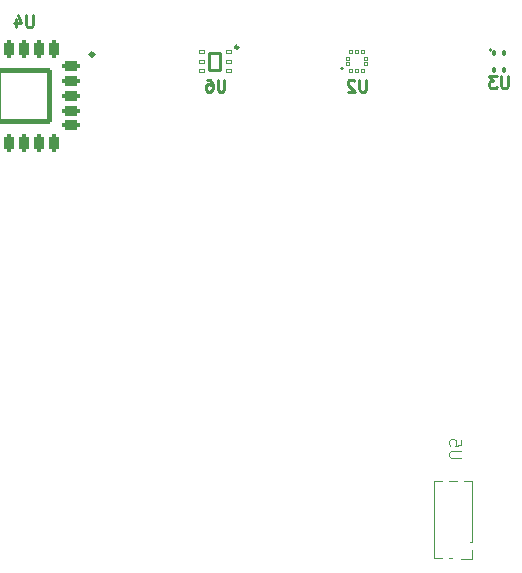
<source format=gbo>
G04 #@! TF.GenerationSoftware,KiCad,Pcbnew,7.0.9*
G04 #@! TF.CreationDate,2023-12-09T12:26:50+01:00*
G04 #@! TF.ProjectId,AirMonitor,4169724d-6f6e-4697-946f-722e6b696361,1.0.0*
G04 #@! TF.SameCoordinates,Original*
G04 #@! TF.FileFunction,Legend,Bot*
G04 #@! TF.FilePolarity,Positive*
%FSLAX46Y46*%
G04 Gerber Fmt 4.6, Leading zero omitted, Abs format (unit mm)*
G04 Created by KiCad (PCBNEW 7.0.9) date 2023-12-09 12:26:50*
%MOMM*%
%LPD*%
G01*
G04 APERTURE LIST*
G04 Aperture macros list*
%AMRoundRect*
0 Rectangle with rounded corners*
0 $1 Rounding radius*
0 $2 $3 $4 $5 $6 $7 $8 $9 X,Y pos of 4 corners*
0 Add a 4 corners polygon primitive as box body*
4,1,4,$2,$3,$4,$5,$6,$7,$8,$9,$2,$3,0*
0 Add four circle primitives for the rounded corners*
1,1,$1+$1,$2,$3*
1,1,$1+$1,$4,$5*
1,1,$1+$1,$6,$7*
1,1,$1+$1,$8,$9*
0 Add four rect primitives between the rounded corners*
20,1,$1+$1,$2,$3,$4,$5,0*
20,1,$1+$1,$4,$5,$6,$7,0*
20,1,$1+$1,$6,$7,$8,$9,0*
20,1,$1+$1,$8,$9,$2,$3,0*%
G04 Aperture macros list end*
%ADD10C,0.100000*%
%ADD11C,0.250000*%
%ADD12C,0.120000*%
%ADD13C,0.191421*%
%ADD14C,0.300000*%
%ADD15C,0.150000*%
%ADD16C,1.000000*%
%ADD17O,2.100000X1.000000*%
%ADD18O,1.800000X1.000000*%
%ADD19R,1.000000X1.000000*%
%ADD20O,1.000000X1.000000*%
%ADD21RoundRect,0.040000X0.235000X-0.160000X0.235000X0.160000X-0.235000X0.160000X-0.235000X-0.160000X0*%
%ADD22RoundRect,0.125000X0.500000X0.725000X-0.500000X0.725000X-0.500000X-0.725000X0.500000X-0.725000X0*%
%ADD23RoundRect,0.030000X0.132500X-0.120000X0.132500X0.120000X-0.132500X0.120000X-0.132500X-0.120000X0*%
%ADD24RoundRect,0.030000X-0.120000X-0.132500X0.120000X-0.132500X0.120000X0.132500X-0.120000X0.132500X0*%
%ADD25RoundRect,0.200000X0.550000X-0.200000X0.550000X0.200000X-0.550000X0.200000X-0.550000X-0.200000X0*%
%ADD26RoundRect,0.200000X-0.200000X-0.550000X0.200000X-0.550000X0.200000X0.550000X-0.200000X0.550000X0*%
%ADD27RoundRect,0.200000X0.200000X0.550000X-0.200000X0.550000X-0.200000X-0.550000X0.200000X-0.550000X0*%
%ADD28RoundRect,0.240000X2.160000X2.160000X-2.160000X2.160000X-2.160000X-2.160000X2.160000X-2.160000X0*%
%ADD29RoundRect,0.075000X-0.075000X0.175000X-0.075000X-0.175000X0.075000X-0.175000X0.075000X0.175000X0*%
G04 APERTURE END LIST*
D10*
X142277580Y-145051904D02*
X141468057Y-145051904D01*
X141468057Y-145051904D02*
X141372819Y-145004285D01*
X141372819Y-145004285D02*
X141325200Y-144956666D01*
X141325200Y-144956666D02*
X141277580Y-144861428D01*
X141277580Y-144861428D02*
X141277580Y-144670952D01*
X141277580Y-144670952D02*
X141325200Y-144575714D01*
X141325200Y-144575714D02*
X141372819Y-144528095D01*
X141372819Y-144528095D02*
X141468057Y-144480476D01*
X141468057Y-144480476D02*
X142277580Y-144480476D01*
X142277580Y-143528095D02*
X142277580Y-144004285D01*
X142277580Y-144004285D02*
X141801390Y-144051904D01*
X141801390Y-144051904D02*
X141849009Y-144004285D01*
X141849009Y-144004285D02*
X141896628Y-143909047D01*
X141896628Y-143909047D02*
X141896628Y-143670952D01*
X141896628Y-143670952D02*
X141849009Y-143575714D01*
X141849009Y-143575714D02*
X141801390Y-143528095D01*
X141801390Y-143528095D02*
X141706152Y-143480476D01*
X141706152Y-143480476D02*
X141468057Y-143480476D01*
X141468057Y-143480476D02*
X141372819Y-143528095D01*
X141372819Y-143528095D02*
X141325200Y-143575714D01*
X141325200Y-143575714D02*
X141277580Y-143670952D01*
X141277580Y-143670952D02*
X141277580Y-143909047D01*
X141277580Y-143909047D02*
X141325200Y-144004285D01*
X141325200Y-144004285D02*
X141372819Y-144051904D01*
D11*
X122261904Y-113049619D02*
X122261904Y-113859142D01*
X122261904Y-113859142D02*
X122214285Y-113954380D01*
X122214285Y-113954380D02*
X122166666Y-114002000D01*
X122166666Y-114002000D02*
X122071428Y-114049619D01*
X122071428Y-114049619D02*
X121880952Y-114049619D01*
X121880952Y-114049619D02*
X121785714Y-114002000D01*
X121785714Y-114002000D02*
X121738095Y-113954380D01*
X121738095Y-113954380D02*
X121690476Y-113859142D01*
X121690476Y-113859142D02*
X121690476Y-113049619D01*
X120785714Y-113049619D02*
X120976190Y-113049619D01*
X120976190Y-113049619D02*
X121071428Y-113097238D01*
X121071428Y-113097238D02*
X121119047Y-113144857D01*
X121119047Y-113144857D02*
X121214285Y-113287714D01*
X121214285Y-113287714D02*
X121261904Y-113478190D01*
X121261904Y-113478190D02*
X121261904Y-113859142D01*
X121261904Y-113859142D02*
X121214285Y-113954380D01*
X121214285Y-113954380D02*
X121166666Y-114002000D01*
X121166666Y-114002000D02*
X121071428Y-114049619D01*
X121071428Y-114049619D02*
X120880952Y-114049619D01*
X120880952Y-114049619D02*
X120785714Y-114002000D01*
X120785714Y-114002000D02*
X120738095Y-113954380D01*
X120738095Y-113954380D02*
X120690476Y-113859142D01*
X120690476Y-113859142D02*
X120690476Y-113621047D01*
X120690476Y-113621047D02*
X120738095Y-113525809D01*
X120738095Y-113525809D02*
X120785714Y-113478190D01*
X120785714Y-113478190D02*
X120880952Y-113430571D01*
X120880952Y-113430571D02*
X121071428Y-113430571D01*
X121071428Y-113430571D02*
X121166666Y-113478190D01*
X121166666Y-113478190D02*
X121214285Y-113525809D01*
X121214285Y-113525809D02*
X121261904Y-113621047D01*
X134261904Y-113049619D02*
X134261904Y-113859142D01*
X134261904Y-113859142D02*
X134214285Y-113954380D01*
X134214285Y-113954380D02*
X134166666Y-114002000D01*
X134166666Y-114002000D02*
X134071428Y-114049619D01*
X134071428Y-114049619D02*
X133880952Y-114049619D01*
X133880952Y-114049619D02*
X133785714Y-114002000D01*
X133785714Y-114002000D02*
X133738095Y-113954380D01*
X133738095Y-113954380D02*
X133690476Y-113859142D01*
X133690476Y-113859142D02*
X133690476Y-113049619D01*
X133261904Y-113144857D02*
X133214285Y-113097238D01*
X133214285Y-113097238D02*
X133119047Y-113049619D01*
X133119047Y-113049619D02*
X132880952Y-113049619D01*
X132880952Y-113049619D02*
X132785714Y-113097238D01*
X132785714Y-113097238D02*
X132738095Y-113144857D01*
X132738095Y-113144857D02*
X132690476Y-113240095D01*
X132690476Y-113240095D02*
X132690476Y-113335333D01*
X132690476Y-113335333D02*
X132738095Y-113478190D01*
X132738095Y-113478190D02*
X133309523Y-114049619D01*
X133309523Y-114049619D02*
X132690476Y-114049619D01*
X106061904Y-107599619D02*
X106061904Y-108409142D01*
X106061904Y-108409142D02*
X106014285Y-108504380D01*
X106014285Y-108504380D02*
X105966666Y-108552000D01*
X105966666Y-108552000D02*
X105871428Y-108599619D01*
X105871428Y-108599619D02*
X105680952Y-108599619D01*
X105680952Y-108599619D02*
X105585714Y-108552000D01*
X105585714Y-108552000D02*
X105538095Y-108504380D01*
X105538095Y-108504380D02*
X105490476Y-108409142D01*
X105490476Y-108409142D02*
X105490476Y-107599619D01*
X104585714Y-107932952D02*
X104585714Y-108599619D01*
X104823809Y-107552000D02*
X105061904Y-108266285D01*
X105061904Y-108266285D02*
X104442857Y-108266285D01*
X146261904Y-112749619D02*
X146261904Y-113559142D01*
X146261904Y-113559142D02*
X146214285Y-113654380D01*
X146214285Y-113654380D02*
X146166666Y-113702000D01*
X146166666Y-113702000D02*
X146071428Y-113749619D01*
X146071428Y-113749619D02*
X145880952Y-113749619D01*
X145880952Y-113749619D02*
X145785714Y-113702000D01*
X145785714Y-113702000D02*
X145738095Y-113654380D01*
X145738095Y-113654380D02*
X145690476Y-113559142D01*
X145690476Y-113559142D02*
X145690476Y-112749619D01*
X145309523Y-112749619D02*
X144690476Y-112749619D01*
X144690476Y-112749619D02*
X145023809Y-113130571D01*
X145023809Y-113130571D02*
X144880952Y-113130571D01*
X144880952Y-113130571D02*
X144785714Y-113178190D01*
X144785714Y-113178190D02*
X144738095Y-113225809D01*
X144738095Y-113225809D02*
X144690476Y-113321047D01*
X144690476Y-113321047D02*
X144690476Y-113559142D01*
X144690476Y-113559142D02*
X144738095Y-113654380D01*
X144738095Y-113654380D02*
X144785714Y-113702000D01*
X144785714Y-113702000D02*
X144880952Y-113749619D01*
X144880952Y-113749619D02*
X145166666Y-113749619D01*
X145166666Y-113749619D02*
X145261904Y-113702000D01*
X145261904Y-113702000D02*
X145309523Y-113654380D01*
D12*
X142270000Y-153590000D02*
X143220000Y-153590000D01*
X143220000Y-153590000D02*
X143220000Y-152830000D01*
X140050000Y-153525000D02*
X140692470Y-153525000D01*
X140050000Y-153525000D02*
X140050000Y-147055000D01*
X141307530Y-153525000D02*
X141510000Y-153525000D01*
X143030000Y-152195000D02*
X143220000Y-152195000D01*
X143220000Y-152195000D02*
X143220000Y-147055000D01*
X140050000Y-147055000D02*
X140692470Y-147055000D01*
X141307530Y-147055000D02*
X141962470Y-147055000D01*
X142577530Y-147055000D02*
X143220000Y-147055000D01*
D11*
X123425000Y-110300000D02*
G75*
G03*
X123425000Y-110300000I-125000J0D01*
G01*
D13*
X132337131Y-112100000D02*
G75*
G03*
X132337131Y-112100000I-95710J0D01*
G01*
D14*
X111200000Y-110900000D02*
G75*
G03*
X111200000Y-110900000I-150000J0D01*
G01*
D15*
X144875000Y-110500000D02*
G75*
G03*
X144875000Y-110500000I-75000J0D01*
G01*
%LPC*%
D16*
X137400000Y-148400000D03*
D17*
X105012500Y-136250000D03*
D18*
X100832500Y-136280000D03*
D17*
X105012500Y-144920000D03*
D18*
X100832500Y-144920000D03*
D16*
X120700000Y-133000000D03*
X142800000Y-155200000D03*
X122100000Y-126800000D03*
X137500000Y-144700000D03*
X140500000Y-154900000D03*
X127900000Y-128900000D03*
X123750000Y-133000000D03*
X128700000Y-125500000D03*
X111300000Y-124700000D03*
X113900000Y-124700000D03*
X134900000Y-144400000D03*
D19*
X142270000Y-152830000D03*
D20*
X141000000Y-152830000D03*
X142270000Y-151560000D03*
X141000000Y-151560000D03*
X142270000Y-150290000D03*
X141000000Y-150290000D03*
X142270000Y-149020000D03*
X141000000Y-149020000D03*
X142270000Y-147750000D03*
X141000000Y-147750000D03*
D21*
X122650000Y-110700000D03*
X122650000Y-111500000D03*
X122650000Y-112300000D03*
X120350000Y-112300000D03*
X120350000Y-111500000D03*
X120350000Y-110700000D03*
D22*
X121500000Y-111500000D03*
D23*
X132750000Y-111750000D03*
X132750000Y-111250000D03*
D24*
X133000000Y-110725000D03*
X133500000Y-110725000D03*
X134000000Y-110725000D03*
D23*
X134250000Y-111250000D03*
X134250000Y-111750000D03*
D24*
X134000000Y-112275000D03*
X133500000Y-112275000D03*
X133000000Y-112275000D03*
D25*
X109300000Y-111900000D03*
X109300000Y-113150000D03*
X109300000Y-114400000D03*
X109300000Y-115650000D03*
X109300000Y-116900000D03*
D26*
X107800000Y-118400000D03*
X106550000Y-118400000D03*
X105300000Y-118400000D03*
X104050000Y-118400000D03*
X102800000Y-118400000D03*
D25*
X101300000Y-116900000D03*
X101300000Y-115650000D03*
X101300000Y-114400000D03*
X101300000Y-113150000D03*
X101300000Y-111900000D03*
D27*
X102800000Y-110400000D03*
X104050000Y-110400000D03*
X105300000Y-110400000D03*
X106550000Y-110400000D03*
X107800000Y-110400000D03*
D28*
X105300000Y-114400000D03*
D29*
X145100000Y-110800000D03*
X145900000Y-110800000D03*
X145900000Y-112200000D03*
X145100000Y-112200000D03*
%LPD*%
M02*

</source>
